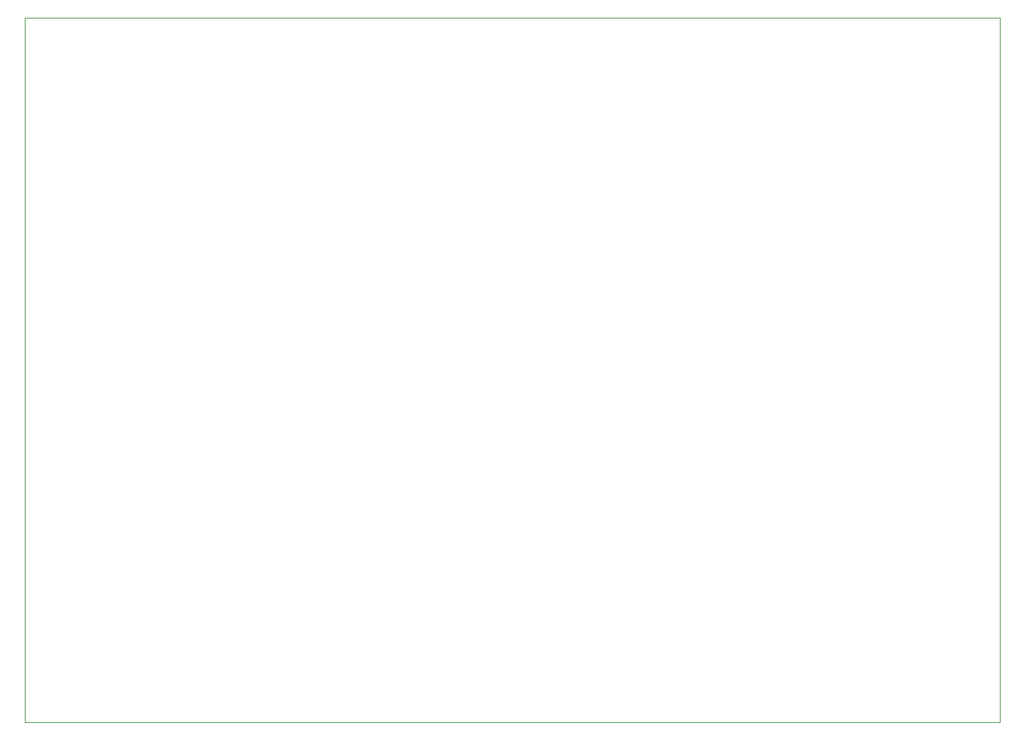
<source format=gbr>
%TF.GenerationSoftware,KiCad,Pcbnew,(6.0.0)*%
%TF.CreationDate,2022-01-24T11:23:06-03:00*%
%TF.ProjectId,HLI-M,484c492d-4d2e-46b6-9963-61645f706362,rev?*%
%TF.SameCoordinates,Original*%
%TF.FileFunction,Paste,Bot*%
%TF.FilePolarity,Positive*%
%FSLAX46Y46*%
G04 Gerber Fmt 4.6, Leading zero omitted, Abs format (unit mm)*
G04 Created by KiCad (PCBNEW (6.0.0)) date 2022-01-24 11:23:06*
%MOMM*%
%LPD*%
G01*
G04 APERTURE LIST*
%TA.AperFunction,Profile*%
%ADD10C,0.050000*%
%TD*%
G04 APERTURE END LIST*
D10*
X186436000Y-113538000D02*
X186436000Y-29500000D01*
X70104000Y-29500000D02*
X70104000Y-113538000D01*
X186436000Y-29500000D02*
X70104000Y-29500000D01*
X70104000Y-113538000D02*
X186436000Y-113538000D01*
M02*

</source>
